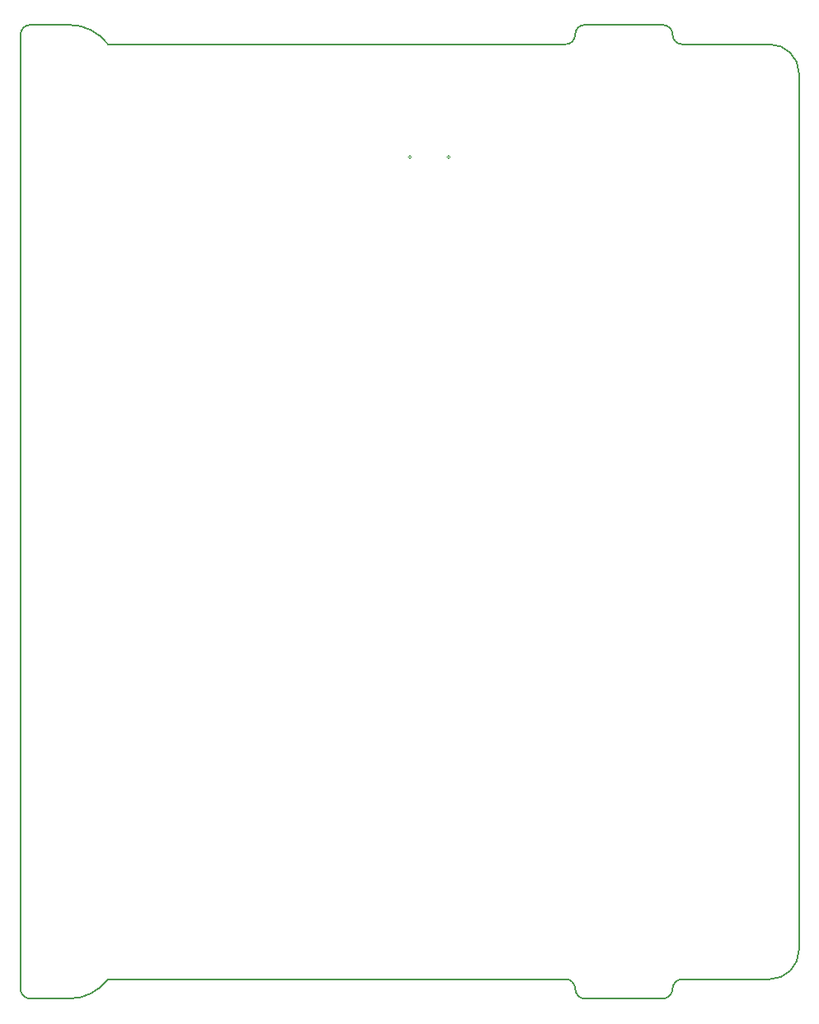
<source format=gbr>
%TF.GenerationSoftware,KiCad,Pcbnew,9.0.6*%
%TF.CreationDate,2025-11-30T12:45:29+03:00*%
%TF.ProjectId,PMIFC-1Wx12,504d4946-432d-4315-9778-31322e6b6963,rev?*%
%TF.SameCoordinates,PX3dfd240PY5f5e100*%
%TF.FileFunction,Profile,NP*%
%FSLAX46Y46*%
G04 Gerber Fmt 4.6, Leading zero omitted, Abs format (unit mm)*
G04 Created by KiCad (PCBNEW 9.0.6) date 2025-11-30 12:45:29*
%MOMM*%
%LPD*%
G01*
G04 APERTURE LIST*
%TA.AperFunction,Profile*%
%ADD10C,0.200000*%
%TD*%
%TA.AperFunction,Profile*%
%ADD11C,0.100000*%
%TD*%
G04 APERTURE END LIST*
D10*
X-39000000Y-50000000D02*
G75*
G02*
X-40000000Y-49000000I0J1000000D01*
G01*
X16000000Y-48000000D02*
G75*
G02*
X17000000Y-49000000I0J-1000000D01*
G01*
X-40000000Y49000000D02*
G75*
G02*
X-39000000Y50000000I1000000J0D01*
G01*
X27000000Y-49000000D02*
G75*
G02*
X28000000Y-48000000I1000000J0D01*
G01*
X28000000Y-48000000D02*
X37000000Y-48000000D01*
X-39000000Y-50000000D02*
X-35000000Y-50000000D01*
X26000000Y50000000D02*
G75*
G02*
X27000000Y49000000I0J-1000000D01*
G01*
X-35000000Y50000000D02*
G75*
G02*
X-31000000Y48000000I0J-5000000D01*
G01*
X-31000000Y-48000000D02*
G75*
G02*
X-35000000Y-50000000I-4000000J3000000D01*
G01*
X-40000000Y-49000000D02*
X-40000000Y49000000D01*
X27000000Y-49000000D02*
G75*
G02*
X26000000Y-50000000I-1000000J0D01*
G01*
X28000000Y48000000D02*
X37000000Y48000000D01*
X28000000Y48000000D02*
G75*
G02*
X27000000Y49000000I0J1000000D01*
G01*
X-39000000Y50000000D02*
X-35000000Y50000000D01*
X-31000000Y48000000D02*
X16000000Y48000000D01*
X18000000Y-50000000D02*
G75*
G02*
X17000000Y-49000000I0J1000000D01*
G01*
X18000000Y-50000000D02*
X26000000Y-50000000D01*
X37000000Y48000000D02*
G75*
G02*
X40000000Y45000000I0J-3000000D01*
G01*
X17000000Y49000000D02*
G75*
G02*
X16000000Y48000000I-1000000J0D01*
G01*
X16000000Y-48000000D02*
X-31000000Y-48000000D01*
X40000000Y45000000D02*
X40000000Y-45000000D01*
X26000000Y50000000D02*
X18000000Y50000000D01*
X17000000Y49000000D02*
G75*
G02*
X18000000Y50000000I1000000J0D01*
G01*
X40000000Y-45000000D02*
G75*
G02*
X37000000Y-48000000I-3000000J0D01*
G01*
D11*
%TO.C,J7*%
X170000Y36402158D02*
G75*
G02*
X-170000Y36402158I-170000J0D01*
G01*
X-170000Y36402158D02*
G75*
G02*
X170000Y36402158I170000J0D01*
G01*
X4170000Y36402158D02*
G75*
G02*
X3830000Y36402158I-170000J0D01*
G01*
X3830000Y36402158D02*
G75*
G02*
X4170000Y36402158I170000J0D01*
G01*
%TD*%
M02*

</source>
